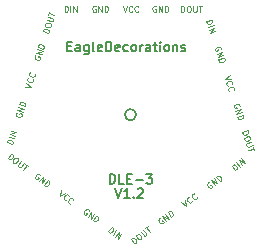
<source format=gbr>
G04 #@! TF.FileFunction,Legend,Top*
%FSLAX46Y46*%
G04 Gerber Fmt 4.6, Leading zero omitted, Abs format (unit mm)*
G04 Created by KiCad (PCBNEW 4.0.7) date 02/20/18 08:49:11*
%MOMM*%
%LPD*%
G01*
G04 APERTURE LIST*
%ADD10C,0.100000*%
%ADD11C,0.150000*%
%ADD12C,0.200000*%
G04 APERTURE END LIST*
D10*
D11*
X154578570Y-87192857D02*
X154845237Y-87192857D01*
X154959523Y-87611905D02*
X154578570Y-87611905D01*
X154578570Y-86811905D01*
X154959523Y-86811905D01*
X155645237Y-87611905D02*
X155645237Y-87192857D01*
X155607142Y-87116667D01*
X155530952Y-87078571D01*
X155378571Y-87078571D01*
X155302380Y-87116667D01*
X155645237Y-87573810D02*
X155569047Y-87611905D01*
X155378571Y-87611905D01*
X155302380Y-87573810D01*
X155264285Y-87497619D01*
X155264285Y-87421429D01*
X155302380Y-87345238D01*
X155378571Y-87307143D01*
X155569047Y-87307143D01*
X155645237Y-87269048D01*
X156369047Y-87078571D02*
X156369047Y-87726190D01*
X156330952Y-87802381D01*
X156292857Y-87840476D01*
X156216666Y-87878571D01*
X156102381Y-87878571D01*
X156026190Y-87840476D01*
X156369047Y-87573810D02*
X156292857Y-87611905D01*
X156140476Y-87611905D01*
X156064285Y-87573810D01*
X156026190Y-87535714D01*
X155988095Y-87459524D01*
X155988095Y-87230952D01*
X156026190Y-87154762D01*
X156064285Y-87116667D01*
X156140476Y-87078571D01*
X156292857Y-87078571D01*
X156369047Y-87116667D01*
X156864286Y-87611905D02*
X156788095Y-87573810D01*
X156750000Y-87497619D01*
X156750000Y-86811905D01*
X157473810Y-87573810D02*
X157397620Y-87611905D01*
X157245239Y-87611905D01*
X157169048Y-87573810D01*
X157130953Y-87497619D01*
X157130953Y-87192857D01*
X157169048Y-87116667D01*
X157245239Y-87078571D01*
X157397620Y-87078571D01*
X157473810Y-87116667D01*
X157511905Y-87192857D01*
X157511905Y-87269048D01*
X157130953Y-87345238D01*
X157854762Y-87611905D02*
X157854762Y-86811905D01*
X158045238Y-86811905D01*
X158159524Y-86850000D01*
X158235715Y-86926190D01*
X158273810Y-87002381D01*
X158311905Y-87154762D01*
X158311905Y-87269048D01*
X158273810Y-87421429D01*
X158235715Y-87497619D01*
X158159524Y-87573810D01*
X158045238Y-87611905D01*
X157854762Y-87611905D01*
X158959524Y-87573810D02*
X158883334Y-87611905D01*
X158730953Y-87611905D01*
X158654762Y-87573810D01*
X158616667Y-87497619D01*
X158616667Y-87192857D01*
X158654762Y-87116667D01*
X158730953Y-87078571D01*
X158883334Y-87078571D01*
X158959524Y-87116667D01*
X158997619Y-87192857D01*
X158997619Y-87269048D01*
X158616667Y-87345238D01*
X159683333Y-87573810D02*
X159607143Y-87611905D01*
X159454762Y-87611905D01*
X159378571Y-87573810D01*
X159340476Y-87535714D01*
X159302381Y-87459524D01*
X159302381Y-87230952D01*
X159340476Y-87154762D01*
X159378571Y-87116667D01*
X159454762Y-87078571D01*
X159607143Y-87078571D01*
X159683333Y-87116667D01*
X160140476Y-87611905D02*
X160064285Y-87573810D01*
X160026190Y-87535714D01*
X159988095Y-87459524D01*
X159988095Y-87230952D01*
X160026190Y-87154762D01*
X160064285Y-87116667D01*
X160140476Y-87078571D01*
X160254762Y-87078571D01*
X160330952Y-87116667D01*
X160369047Y-87154762D01*
X160407143Y-87230952D01*
X160407143Y-87459524D01*
X160369047Y-87535714D01*
X160330952Y-87573810D01*
X160254762Y-87611905D01*
X160140476Y-87611905D01*
X160750000Y-87611905D02*
X160750000Y-87078571D01*
X160750000Y-87230952D02*
X160788095Y-87154762D01*
X160826191Y-87116667D01*
X160902381Y-87078571D01*
X160978572Y-87078571D01*
X161588095Y-87611905D02*
X161588095Y-87192857D01*
X161550000Y-87116667D01*
X161473810Y-87078571D01*
X161321429Y-87078571D01*
X161245238Y-87116667D01*
X161588095Y-87573810D02*
X161511905Y-87611905D01*
X161321429Y-87611905D01*
X161245238Y-87573810D01*
X161207143Y-87497619D01*
X161207143Y-87421429D01*
X161245238Y-87345238D01*
X161321429Y-87307143D01*
X161511905Y-87307143D01*
X161588095Y-87269048D01*
X161854762Y-87078571D02*
X162159524Y-87078571D01*
X161969048Y-86811905D02*
X161969048Y-87497619D01*
X162007143Y-87573810D01*
X162083334Y-87611905D01*
X162159524Y-87611905D01*
X162426191Y-87611905D02*
X162426191Y-87078571D01*
X162426191Y-86811905D02*
X162388096Y-86850000D01*
X162426191Y-86888095D01*
X162464286Y-86850000D01*
X162426191Y-86811905D01*
X162426191Y-86888095D01*
X162921429Y-87611905D02*
X162845238Y-87573810D01*
X162807143Y-87535714D01*
X162769048Y-87459524D01*
X162769048Y-87230952D01*
X162807143Y-87154762D01*
X162845238Y-87116667D01*
X162921429Y-87078571D01*
X163035715Y-87078571D01*
X163111905Y-87116667D01*
X163150000Y-87154762D01*
X163188096Y-87230952D01*
X163188096Y-87459524D01*
X163150000Y-87535714D01*
X163111905Y-87573810D01*
X163035715Y-87611905D01*
X162921429Y-87611905D01*
X163530953Y-87078571D02*
X163530953Y-87611905D01*
X163530953Y-87154762D02*
X163569048Y-87116667D01*
X163645239Y-87078571D01*
X163759525Y-87078571D01*
X163835715Y-87116667D01*
X163873810Y-87192857D01*
X163873810Y-87611905D01*
X164216668Y-87573810D02*
X164292858Y-87611905D01*
X164445239Y-87611905D01*
X164521430Y-87573810D01*
X164559525Y-87497619D01*
X164559525Y-87459524D01*
X164521430Y-87383333D01*
X164445239Y-87345238D01*
X164330954Y-87345238D01*
X164254763Y-87307143D01*
X164216668Y-87230952D01*
X164216668Y-87192857D01*
X164254763Y-87116667D01*
X164330954Y-87078571D01*
X164445239Y-87078571D01*
X164521430Y-87116667D01*
D12*
X160392775Y-92984320D02*
G75*
G03X160392775Y-92984320I-474375J0D01*
G01*
D11*
X158630952Y-99211905D02*
X158897619Y-100011905D01*
X159164286Y-99211905D01*
X159850000Y-100011905D02*
X159392857Y-100011905D01*
X159621428Y-100011905D02*
X159621428Y-99211905D01*
X159545238Y-99326190D01*
X159469047Y-99402381D01*
X159392857Y-99440476D01*
X160192857Y-99935714D02*
X160230952Y-99973810D01*
X160192857Y-100011905D01*
X160154762Y-99973810D01*
X160192857Y-99935714D01*
X160192857Y-100011905D01*
X160535714Y-99288095D02*
X160573809Y-99250000D01*
X160650000Y-99211905D01*
X160840476Y-99211905D01*
X160916666Y-99250000D01*
X160954762Y-99288095D01*
X160992857Y-99364286D01*
X160992857Y-99440476D01*
X160954762Y-99554762D01*
X160497619Y-100011905D01*
X160992857Y-100011905D01*
X158178571Y-98811905D02*
X158178571Y-98011905D01*
X158369047Y-98011905D01*
X158483333Y-98050000D01*
X158559524Y-98126190D01*
X158597619Y-98202381D01*
X158635714Y-98354762D01*
X158635714Y-98469048D01*
X158597619Y-98621429D01*
X158559524Y-98697619D01*
X158483333Y-98773810D01*
X158369047Y-98811905D01*
X158178571Y-98811905D01*
X159359524Y-98811905D02*
X158978571Y-98811905D01*
X158978571Y-98011905D01*
X159626190Y-98392857D02*
X159892857Y-98392857D01*
X160007143Y-98811905D02*
X159626190Y-98811905D01*
X159626190Y-98011905D01*
X160007143Y-98011905D01*
X160350000Y-98507143D02*
X160959524Y-98507143D01*
X161264286Y-98011905D02*
X161759524Y-98011905D01*
X161492857Y-98316667D01*
X161607143Y-98316667D01*
X161683333Y-98354762D01*
X161721429Y-98392857D01*
X161759524Y-98469048D01*
X161759524Y-98659524D01*
X161721429Y-98735714D01*
X161683333Y-98773810D01*
X161607143Y-98811905D01*
X161378571Y-98811905D01*
X161302381Y-98773810D01*
X161264286Y-98735714D01*
D10*
X166577291Y-98698184D02*
X166524771Y-98706911D01*
X166466985Y-98748896D01*
X166423193Y-98810143D01*
X166412658Y-98876658D01*
X166421386Y-98929177D01*
X166458103Y-99020221D01*
X166500088Y-99078008D01*
X166575330Y-99141062D01*
X166622581Y-99165592D01*
X166689096Y-99176127D01*
X166760878Y-99153404D01*
X166799402Y-99125414D01*
X166843194Y-99064168D01*
X166848462Y-99030910D01*
X166750498Y-98896075D01*
X166673449Y-98952054D01*
X167049812Y-98943481D02*
X166755920Y-98538972D01*
X167280960Y-98775542D01*
X166987067Y-98371034D01*
X167473584Y-98635593D02*
X167179691Y-98231085D01*
X167276002Y-98161110D01*
X167347784Y-98138388D01*
X167414299Y-98148923D01*
X167461550Y-98173453D01*
X167536793Y-98236507D01*
X167578778Y-98294294D01*
X167615494Y-98385339D01*
X167624222Y-98437858D01*
X167613687Y-98504372D01*
X167569895Y-98565619D01*
X167473584Y-98635593D01*
X160252143Y-103882276D02*
X159958251Y-103477767D01*
X160054562Y-103407793D01*
X160126344Y-103385071D01*
X160192858Y-103395606D01*
X160240110Y-103420136D01*
X160315352Y-103483190D01*
X160357337Y-103540977D01*
X160394054Y-103632022D01*
X160402782Y-103684541D01*
X160392247Y-103751055D01*
X160348454Y-103812302D01*
X160252143Y-103882276D01*
X160439808Y-103127895D02*
X160516857Y-103071916D01*
X160569377Y-103063189D01*
X160635892Y-103073724D01*
X160711133Y-103136778D01*
X160809097Y-103271615D01*
X160845815Y-103362658D01*
X160835280Y-103429173D01*
X160810750Y-103476424D01*
X160733701Y-103532404D01*
X160681182Y-103541132D01*
X160614667Y-103530597D01*
X160539425Y-103467543D01*
X160441461Y-103332706D01*
X160404744Y-103241662D01*
X160415279Y-103175148D01*
X160439808Y-103127895D01*
X160786530Y-102875987D02*
X161024443Y-103203446D01*
X161071695Y-103227976D01*
X161104953Y-103233244D01*
X161157472Y-103224516D01*
X161234521Y-103168537D01*
X161259051Y-103121285D01*
X161264318Y-103088028D01*
X161255591Y-103035508D01*
X161017678Y-102708049D01*
X161152514Y-102610084D02*
X161383662Y-102442146D01*
X161561981Y-102930623D02*
X161268088Y-102526115D01*
X162451304Y-101695888D02*
X162398784Y-101704615D01*
X162340998Y-101746600D01*
X162297206Y-101807847D01*
X162286671Y-101874362D01*
X162295399Y-101926881D01*
X162332116Y-102017925D01*
X162374101Y-102075712D01*
X162449343Y-102138766D01*
X162496594Y-102163296D01*
X162563109Y-102173831D01*
X162634891Y-102151108D01*
X162673415Y-102123118D01*
X162717207Y-102061872D01*
X162722475Y-102028614D01*
X162624511Y-101893779D01*
X162547462Y-101949758D01*
X162923825Y-101941185D02*
X162629933Y-101536676D01*
X163154973Y-101773246D01*
X162861080Y-101368738D01*
X163347597Y-101633297D02*
X163053704Y-101228789D01*
X163150015Y-101158814D01*
X163221797Y-101136092D01*
X163288312Y-101146627D01*
X163335563Y-101171157D01*
X163410806Y-101234211D01*
X163452791Y-101291998D01*
X163489507Y-101383043D01*
X163498235Y-101435562D01*
X163487700Y-101502076D01*
X163443908Y-101563323D01*
X163347597Y-101633297D01*
X168773789Y-97690937D02*
X168479896Y-97286429D01*
X168576208Y-97216455D01*
X168647990Y-97193732D01*
X168714504Y-97204267D01*
X168761756Y-97228797D01*
X168836998Y-97291851D01*
X168878983Y-97349638D01*
X168915700Y-97440683D01*
X168924428Y-97493202D01*
X168913893Y-97559716D01*
X168870100Y-97620963D01*
X168773789Y-97690937D01*
X169178298Y-97397045D02*
X168884405Y-96992536D01*
X169370921Y-97257096D02*
X169077028Y-96852587D01*
X169602068Y-97089157D01*
X169308175Y-96684649D01*
X164228705Y-100375100D02*
X164657434Y-100681645D01*
X164498377Y-100179172D01*
X165130264Y-100279253D02*
X165124997Y-100312511D01*
X165081205Y-100373757D01*
X165042680Y-100401747D01*
X164970898Y-100424470D01*
X164904384Y-100413935D01*
X164857132Y-100389405D01*
X164781890Y-100326351D01*
X164739905Y-100268564D01*
X164703189Y-100177520D01*
X164694461Y-100125001D01*
X164704996Y-100058486D01*
X164748788Y-99997239D01*
X164787312Y-99969249D01*
X164859094Y-99946527D01*
X164892352Y-99951795D01*
X165534773Y-99985361D02*
X165529505Y-100018619D01*
X165485713Y-100079865D01*
X165447189Y-100107855D01*
X165375407Y-100130578D01*
X165308893Y-100120043D01*
X165261641Y-100095513D01*
X165186399Y-100032459D01*
X165144414Y-99974671D01*
X165107697Y-99883627D01*
X165098969Y-99831108D01*
X165109504Y-99764594D01*
X165153296Y-99703346D01*
X165191821Y-99675356D01*
X165263602Y-99652635D01*
X165296860Y-99657902D01*
D11*
D10*
X156399426Y-101093863D02*
X156374896Y-101046611D01*
X156317110Y-101004626D01*
X156245328Y-100981904D01*
X156178813Y-100992439D01*
X156131562Y-101016969D01*
X156056319Y-101080023D01*
X156014334Y-101137810D01*
X155977618Y-101228855D01*
X155968890Y-101281374D01*
X155979425Y-101347888D01*
X156023217Y-101409135D01*
X156061742Y-101437125D01*
X156133523Y-101459847D01*
X156166781Y-101454580D01*
X156264745Y-101319744D01*
X156187695Y-101263764D01*
X156312152Y-101619058D02*
X156606045Y-101214550D01*
X156543300Y-101786997D01*
X156837192Y-101382488D01*
X156735923Y-101926946D02*
X157029816Y-101522438D01*
X157126127Y-101592412D01*
X157169919Y-101653659D01*
X157180454Y-101720174D01*
X157171726Y-101772693D01*
X157135009Y-101863737D01*
X157093024Y-101921524D01*
X157017782Y-101984578D01*
X156970531Y-102009108D01*
X156904016Y-102019643D01*
X156832234Y-101996920D01*
X156735923Y-101926946D01*
X149514483Y-96680263D02*
X149808376Y-96275755D01*
X149904687Y-96345729D01*
X149948479Y-96406976D01*
X149959014Y-96473491D01*
X149950286Y-96526010D01*
X149913569Y-96617054D01*
X149871584Y-96674841D01*
X149796342Y-96737895D01*
X149749090Y-96762425D01*
X149682576Y-96772960D01*
X149610794Y-96750237D01*
X149514483Y-96680263D01*
X150289933Y-96625627D02*
X150366982Y-96681606D01*
X150391512Y-96728859D01*
X150402047Y-96795373D01*
X150365329Y-96886417D01*
X150267365Y-97021253D01*
X150192123Y-97084308D01*
X150125609Y-97094843D01*
X150073090Y-97086115D01*
X149996041Y-97030135D01*
X149971511Y-96982884D01*
X149960976Y-96916369D01*
X149997693Y-96825325D01*
X150095657Y-96690489D01*
X150170899Y-96627435D01*
X150237413Y-96616900D01*
X150289933Y-96625627D01*
X150636655Y-96877535D02*
X150398742Y-97204994D01*
X150390014Y-97257514D01*
X150395282Y-97290771D01*
X150419812Y-97338023D01*
X150496861Y-97394003D01*
X150549380Y-97402730D01*
X150582637Y-97397462D01*
X150629890Y-97372933D01*
X150867803Y-97045474D01*
X151002639Y-97143438D02*
X151233787Y-97311376D01*
X150824320Y-97631916D02*
X151118213Y-97227407D01*
X152273439Y-98096158D02*
X152248909Y-98048906D01*
X152191123Y-98006921D01*
X152119341Y-97984199D01*
X152052826Y-97994734D01*
X152005575Y-98019264D01*
X151930332Y-98082318D01*
X151888347Y-98140105D01*
X151851631Y-98231150D01*
X151842903Y-98283669D01*
X151853438Y-98350183D01*
X151897230Y-98411430D01*
X151935755Y-98439420D01*
X152007536Y-98462142D01*
X152040794Y-98456875D01*
X152138758Y-98322039D01*
X152061708Y-98266059D01*
X152186165Y-98621353D02*
X152480058Y-98216845D01*
X152417313Y-98789292D01*
X152711205Y-98384783D01*
X152609936Y-98929241D02*
X152903829Y-98524733D01*
X153000140Y-98594707D01*
X153043932Y-98655954D01*
X153054467Y-98722469D01*
X153045739Y-98774988D01*
X153009022Y-98866032D01*
X152967037Y-98923819D01*
X152891795Y-98986873D01*
X152844544Y-99011403D01*
X152778029Y-99021938D01*
X152706247Y-98999215D01*
X152609936Y-98929241D01*
X158036129Y-102871601D02*
X158330021Y-102467092D01*
X158426332Y-102537067D01*
X158470125Y-102598314D01*
X158480659Y-102664828D01*
X158471932Y-102717348D01*
X158435215Y-102808392D01*
X158393230Y-102866179D01*
X158317988Y-102929233D01*
X158270736Y-102953763D01*
X158204222Y-102964298D01*
X158132440Y-102941575D01*
X158036129Y-102871601D01*
X158440637Y-103165494D02*
X158734530Y-102760985D01*
X158633260Y-103305442D02*
X158927153Y-102900934D01*
X158864408Y-103473381D01*
X159158300Y-103068872D01*
X154078829Y-99378422D02*
X153919773Y-99880895D01*
X154348501Y-99574350D01*
X154448582Y-100206237D02*
X154415325Y-100211504D01*
X154343544Y-100188782D01*
X154305019Y-100160792D01*
X154261226Y-100099545D01*
X154250691Y-100033031D01*
X154259419Y-99980512D01*
X154296136Y-99889467D01*
X154338121Y-99831680D01*
X154413363Y-99768626D01*
X154460615Y-99744096D01*
X154527129Y-99733561D01*
X154598912Y-99756283D01*
X154637436Y-99784273D01*
X154681227Y-99845520D01*
X154686495Y-99878778D01*
X154853091Y-100500129D02*
X154819833Y-100505397D01*
X154748052Y-100482674D01*
X154709527Y-100454685D01*
X154665735Y-100393438D01*
X154655200Y-100326923D01*
X154663928Y-100274404D01*
X154700645Y-100183360D01*
X154742630Y-100125573D01*
X154817872Y-100062519D01*
X154865123Y-100037989D01*
X154931638Y-100027454D01*
X155003420Y-100050176D01*
X155041945Y-100078166D01*
X155085736Y-100139413D01*
X155091003Y-100172671D01*
D11*
D10*
X156969047Y-83800000D02*
X156921428Y-83776190D01*
X156850000Y-83776190D01*
X156778571Y-83800000D01*
X156730952Y-83847619D01*
X156707143Y-83895238D01*
X156683333Y-83990476D01*
X156683333Y-84061905D01*
X156707143Y-84157143D01*
X156730952Y-84204762D01*
X156778571Y-84252381D01*
X156850000Y-84276190D01*
X156897619Y-84276190D01*
X156969047Y-84252381D01*
X156992857Y-84228571D01*
X156992857Y-84061905D01*
X156897619Y-84061905D01*
X157207143Y-84276190D02*
X157207143Y-83776190D01*
X157492857Y-84276190D01*
X157492857Y-83776190D01*
X157730953Y-84276190D02*
X157730953Y-83776190D01*
X157850000Y-83776190D01*
X157921429Y-83800000D01*
X157969048Y-83847619D01*
X157992857Y-83895238D01*
X158016667Y-83990476D01*
X158016667Y-84061905D01*
X157992857Y-84157143D01*
X157969048Y-84204762D01*
X157921429Y-84252381D01*
X157850000Y-84276190D01*
X157730953Y-84276190D01*
X164204762Y-84276190D02*
X164204762Y-83776190D01*
X164323809Y-83776190D01*
X164395238Y-83800000D01*
X164442857Y-83847619D01*
X164466666Y-83895238D01*
X164490476Y-83990476D01*
X164490476Y-84061905D01*
X164466666Y-84157143D01*
X164442857Y-84204762D01*
X164395238Y-84252381D01*
X164323809Y-84276190D01*
X164204762Y-84276190D01*
X164800000Y-83776190D02*
X164895238Y-83776190D01*
X164942857Y-83800000D01*
X164990476Y-83847619D01*
X165014285Y-83942857D01*
X165014285Y-84109524D01*
X164990476Y-84204762D01*
X164942857Y-84252381D01*
X164895238Y-84276190D01*
X164800000Y-84276190D01*
X164752381Y-84252381D01*
X164704762Y-84204762D01*
X164680952Y-84109524D01*
X164680952Y-83942857D01*
X164704762Y-83847619D01*
X164752381Y-83800000D01*
X164800000Y-83776190D01*
X165228572Y-83776190D02*
X165228572Y-84180952D01*
X165252381Y-84228571D01*
X165276191Y-84252381D01*
X165323810Y-84276190D01*
X165419048Y-84276190D01*
X165466667Y-84252381D01*
X165490476Y-84228571D01*
X165514286Y-84180952D01*
X165514286Y-83776190D01*
X165680953Y-83776190D02*
X165966667Y-83776190D01*
X165823810Y-84276190D02*
X165823810Y-83776190D01*
X162069047Y-83800000D02*
X162021428Y-83776190D01*
X161950000Y-83776190D01*
X161878571Y-83800000D01*
X161830952Y-83847619D01*
X161807143Y-83895238D01*
X161783333Y-83990476D01*
X161783333Y-84061905D01*
X161807143Y-84157143D01*
X161830952Y-84204762D01*
X161878571Y-84252381D01*
X161950000Y-84276190D01*
X161997619Y-84276190D01*
X162069047Y-84252381D01*
X162092857Y-84228571D01*
X162092857Y-84061905D01*
X161997619Y-84061905D01*
X162307143Y-84276190D02*
X162307143Y-83776190D01*
X162592857Y-84276190D01*
X162592857Y-83776190D01*
X162830953Y-84276190D02*
X162830953Y-83776190D01*
X162950000Y-83776190D01*
X163021429Y-83800000D01*
X163069048Y-83847619D01*
X163092857Y-83895238D01*
X163116667Y-83990476D01*
X163116667Y-84061905D01*
X163092857Y-84157143D01*
X163069048Y-84204762D01*
X163021429Y-84252381D01*
X162950000Y-84276190D01*
X162830953Y-84276190D01*
X154338096Y-84276190D02*
X154338096Y-83776190D01*
X154457143Y-83776190D01*
X154528572Y-83800000D01*
X154576191Y-83847619D01*
X154600000Y-83895238D01*
X154623810Y-83990476D01*
X154623810Y-84061905D01*
X154600000Y-84157143D01*
X154576191Y-84204762D01*
X154528572Y-84252381D01*
X154457143Y-84276190D01*
X154338096Y-84276190D01*
X154838096Y-84276190D02*
X154838096Y-83776190D01*
X155076191Y-84276190D02*
X155076191Y-83776190D01*
X155361905Y-84276190D01*
X155361905Y-83776190D01*
X159283334Y-83776190D02*
X159450001Y-84276190D01*
X159616667Y-83776190D01*
X160069048Y-84228571D02*
X160045238Y-84252381D01*
X159973810Y-84276190D01*
X159926191Y-84276190D01*
X159854762Y-84252381D01*
X159807143Y-84204762D01*
X159783334Y-84157143D01*
X159759524Y-84061905D01*
X159759524Y-83990476D01*
X159783334Y-83895238D01*
X159807143Y-83847619D01*
X159854762Y-83800000D01*
X159926191Y-83776190D01*
X159973810Y-83776190D01*
X160045238Y-83800000D01*
X160069048Y-83823810D01*
X160569048Y-84228571D02*
X160545238Y-84252381D01*
X160473810Y-84276190D01*
X160426191Y-84276190D01*
X160354762Y-84252381D01*
X160307143Y-84204762D01*
X160283334Y-84157143D01*
X160259524Y-84061905D01*
X160259524Y-83990476D01*
X160283334Y-83895238D01*
X160307143Y-83847619D01*
X160354762Y-83800000D01*
X160426191Y-83776190D01*
X160473810Y-83776190D01*
X160545238Y-83800000D01*
X160569048Y-83823810D01*
D11*
D10*
X167587114Y-87434907D02*
X167595044Y-87382261D01*
X167572971Y-87314329D01*
X167528254Y-87253753D01*
X167468250Y-87223180D01*
X167415605Y-87215252D01*
X167317670Y-87222037D01*
X167249737Y-87244110D01*
X167166518Y-87296185D01*
X167128587Y-87333543D01*
X167098014Y-87393547D01*
X167097443Y-87468837D01*
X167112158Y-87514126D01*
X167156874Y-87574700D01*
X167186877Y-87589987D01*
X167345385Y-87538485D01*
X167315955Y-87447908D01*
X167207806Y-87808500D02*
X167683335Y-87653992D01*
X167296097Y-88080231D01*
X167771625Y-87925722D01*
X167369672Y-88306673D02*
X167845201Y-88152165D01*
X167881988Y-88265385D01*
X167881416Y-88340676D01*
X167850843Y-88400679D01*
X167812912Y-88438038D01*
X167729693Y-88490113D01*
X167661760Y-88512186D01*
X167563826Y-88518971D01*
X167511180Y-88511043D01*
X167451177Y-88480469D01*
X167406460Y-88419894D01*
X167369672Y-88306673D01*
X169370190Y-94463631D02*
X169845718Y-94309123D01*
X169882505Y-94422343D01*
X169881934Y-94497634D01*
X169851360Y-94557638D01*
X169813429Y-94594996D01*
X169730210Y-94647071D01*
X169662277Y-94669144D01*
X169564343Y-94675929D01*
X169511697Y-94668001D01*
X169451694Y-94637428D01*
X169406977Y-94576852D01*
X169370190Y-94463631D01*
X170029657Y-94875228D02*
X170059087Y-94965805D01*
X170051157Y-95018451D01*
X170020584Y-95078454D01*
X169937365Y-95130528D01*
X169778855Y-95182031D01*
X169680921Y-95188817D01*
X169620917Y-95158244D01*
X169583558Y-95120313D01*
X169554128Y-95029736D01*
X169562057Y-94977091D01*
X169592630Y-94917087D01*
X169675849Y-94865012D01*
X169834359Y-94813509D01*
X169932293Y-94806724D01*
X169992297Y-94837297D01*
X170029657Y-94875228D01*
X170162093Y-95282824D02*
X169777141Y-95407902D01*
X169739210Y-95445261D01*
X169723923Y-95475264D01*
X169715994Y-95527909D01*
X169745425Y-95618486D01*
X169782783Y-95656417D01*
X169812785Y-95671703D01*
X169865432Y-95679633D01*
X170250383Y-95554554D01*
X170301886Y-95713064D02*
X170390176Y-95984794D01*
X169870503Y-96003438D02*
X170346031Y-95848929D01*
X169163100Y-92285295D02*
X169171030Y-92232649D01*
X169148957Y-92164717D01*
X169104240Y-92104141D01*
X169044236Y-92073568D01*
X168991591Y-92065640D01*
X168893656Y-92072425D01*
X168825723Y-92094498D01*
X168742504Y-92146573D01*
X168704573Y-92183931D01*
X168674000Y-92243935D01*
X168673429Y-92319225D01*
X168688144Y-92364514D01*
X168732860Y-92425088D01*
X168762863Y-92440375D01*
X168921371Y-92388873D01*
X168891941Y-92298296D01*
X168783792Y-92658888D02*
X169259321Y-92504380D01*
X168872083Y-92930619D01*
X169347611Y-92776110D01*
X168945658Y-93157061D02*
X169421187Y-93002553D01*
X169457974Y-93115773D01*
X169457402Y-93191064D01*
X169426829Y-93251067D01*
X169388898Y-93288426D01*
X169305679Y-93340501D01*
X169237746Y-93362574D01*
X169139812Y-93369359D01*
X169087166Y-93361431D01*
X169027163Y-93330857D01*
X168982446Y-93270282D01*
X168945658Y-93157061D01*
X166321221Y-85079875D02*
X166796750Y-84925366D01*
X166833537Y-85038587D01*
X166832965Y-85113878D01*
X166802392Y-85173881D01*
X166764461Y-85211240D01*
X166681242Y-85263315D01*
X166613309Y-85285387D01*
X166515375Y-85292173D01*
X166462729Y-85284244D01*
X166402726Y-85253671D01*
X166358009Y-85193095D01*
X166321221Y-85079875D01*
X166475730Y-85555403D02*
X166951258Y-85400895D01*
X166549305Y-85781845D02*
X167024834Y-85627336D01*
X166637596Y-86053575D01*
X167113124Y-85899067D01*
X168324913Y-89628567D02*
X167900887Y-89941585D01*
X168427918Y-89945586D01*
X168137472Y-90515619D02*
X168107469Y-90500332D01*
X168062753Y-90439757D01*
X168048038Y-90394469D01*
X168048609Y-90319178D01*
X168079182Y-90259175D01*
X168117113Y-90221816D01*
X168200332Y-90169741D01*
X168268265Y-90147669D01*
X168366200Y-90140883D01*
X168418846Y-90148812D01*
X168478849Y-90179385D01*
X168523566Y-90239960D01*
X168538281Y-90285249D01*
X168537709Y-90360538D01*
X168522422Y-90390541D01*
X168291980Y-90991147D02*
X168261978Y-90975860D01*
X168217262Y-90915285D01*
X168202547Y-90869997D01*
X168203118Y-90794707D01*
X168233691Y-90734703D01*
X168271622Y-90697344D01*
X168354841Y-90645270D01*
X168422774Y-90623197D01*
X168520708Y-90616411D01*
X168573354Y-90624340D01*
X168633357Y-90654913D01*
X168678075Y-90715489D01*
X168692790Y-90760777D01*
X168692218Y-90836067D01*
X168676931Y-90866069D01*
D11*
D10*
X150284333Y-92814029D02*
X150246973Y-92851959D01*
X150224901Y-92919891D01*
X150225473Y-92995182D01*
X150256046Y-93055185D01*
X150293977Y-93092544D01*
X150377196Y-93144619D01*
X150445129Y-93166692D01*
X150543063Y-93173477D01*
X150595709Y-93165549D01*
X150655712Y-93134975D01*
X150700429Y-93074400D01*
X150715144Y-93029111D01*
X150714573Y-92953822D01*
X150699286Y-92923820D01*
X150540777Y-92872317D01*
X150511347Y-92962894D01*
X150810792Y-92734737D02*
X150335264Y-92580228D01*
X150899083Y-92463006D01*
X150423554Y-92308498D01*
X150972658Y-92236564D02*
X150497130Y-92082055D01*
X150533918Y-91968835D01*
X150578635Y-91908259D01*
X150638639Y-91877686D01*
X150691284Y-91869758D01*
X150789219Y-91876543D01*
X150857152Y-91898616D01*
X150940371Y-91950691D01*
X150978302Y-91988049D01*
X151008875Y-92048053D01*
X151009446Y-92123343D01*
X150972658Y-92236564D01*
X152973176Y-86079606D02*
X152497647Y-85925097D01*
X152534435Y-85811877D01*
X152579152Y-85751301D01*
X152639156Y-85720728D01*
X152691801Y-85712800D01*
X152789736Y-85719585D01*
X152857669Y-85741658D01*
X152940888Y-85793733D01*
X152978819Y-85831091D01*
X153009392Y-85891095D01*
X153009963Y-85966385D01*
X152973176Y-86079606D01*
X152681586Y-85358992D02*
X152711016Y-85268415D01*
X152748376Y-85230485D01*
X152808379Y-85199912D01*
X152906313Y-85206698D01*
X153064823Y-85258201D01*
X153148042Y-85310275D01*
X153178616Y-85370278D01*
X153186544Y-85422924D01*
X153157114Y-85513501D01*
X153119755Y-85551432D01*
X153059752Y-85582005D01*
X152961818Y-85575219D01*
X152803308Y-85523716D01*
X152720089Y-85471642D01*
X152689516Y-85411638D01*
X152681586Y-85358992D01*
X152814022Y-84951396D02*
X153198974Y-85076474D01*
X153251619Y-85068546D01*
X153281622Y-85053259D01*
X153318980Y-85015328D01*
X153348411Y-84924751D01*
X153340482Y-84872105D01*
X153325195Y-84842104D01*
X153287264Y-84804744D01*
X152902312Y-84679666D01*
X152953815Y-84521156D02*
X153042106Y-84249426D01*
X153473489Y-84539800D02*
X152997961Y-84385291D01*
X151860319Y-87963641D02*
X151822959Y-88001571D01*
X151800887Y-88069503D01*
X151801459Y-88144794D01*
X151832032Y-88204797D01*
X151869963Y-88242156D01*
X151953182Y-88294231D01*
X152021115Y-88316304D01*
X152119049Y-88323089D01*
X152171695Y-88315161D01*
X152231698Y-88284587D01*
X152276415Y-88224012D01*
X152291130Y-88178723D01*
X152290559Y-88103434D01*
X152275272Y-88073432D01*
X152116763Y-88021929D01*
X152087333Y-88112506D01*
X152386778Y-87884349D02*
X151911250Y-87729840D01*
X152475069Y-87612618D01*
X151999540Y-87458110D01*
X152548644Y-87386176D02*
X152073116Y-87231667D01*
X152109904Y-87118447D01*
X152154621Y-87057871D01*
X152214625Y-87027298D01*
X152267270Y-87019370D01*
X152365205Y-87026155D01*
X152433138Y-87048228D01*
X152516357Y-87100303D01*
X152554288Y-87137661D01*
X152584861Y-87197665D01*
X152585432Y-87272955D01*
X152548644Y-87386176D01*
X149924207Y-95463362D02*
X149448679Y-95308854D01*
X149485467Y-95195633D01*
X149530184Y-95135058D01*
X149590188Y-95104485D01*
X149642833Y-95096556D01*
X149740768Y-95103342D01*
X149808701Y-95125414D01*
X149891920Y-95177489D01*
X149929851Y-95214848D01*
X149960424Y-95274851D01*
X149960995Y-95350142D01*
X149924207Y-95463362D01*
X150078716Y-94987834D02*
X149603188Y-94833325D01*
X150152291Y-94761392D02*
X149676763Y-94606884D01*
X150240582Y-94489662D01*
X149765054Y-94335153D01*
X150976842Y-90605653D02*
X151503873Y-90601652D01*
X151079848Y-90288635D01*
X151649881Y-89998188D02*
X151665168Y-90028190D01*
X151665739Y-90103480D01*
X151651024Y-90148768D01*
X151606308Y-90209344D01*
X151546304Y-90239917D01*
X151493658Y-90247846D01*
X151395724Y-90241060D01*
X151327791Y-90218988D01*
X151244572Y-90166913D01*
X151206641Y-90129554D01*
X151176068Y-90069550D01*
X151175496Y-89994260D01*
X151190211Y-89948971D01*
X151234928Y-89888397D01*
X151264930Y-89873110D01*
X151804389Y-89522660D02*
X151819676Y-89552662D01*
X151820248Y-89627952D01*
X151805533Y-89673240D01*
X151760816Y-89733816D01*
X151700813Y-89764389D01*
X151648167Y-89772318D01*
X151550233Y-89765532D01*
X151482299Y-89743459D01*
X151399080Y-89691384D01*
X151361149Y-89654026D01*
X151330576Y-89594022D01*
X151330004Y-89518732D01*
X151344719Y-89473443D01*
X151389437Y-89412869D01*
X151419439Y-89397582D01*
M02*

</source>
